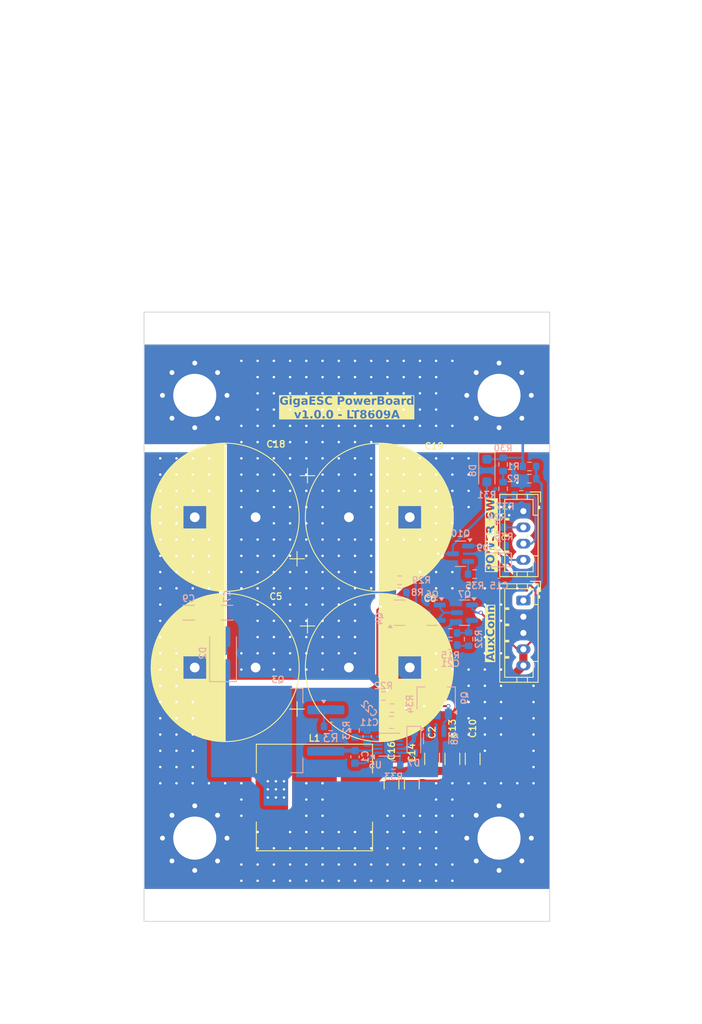
<source format=kicad_pcb>
(kicad_pcb (version 20240108) (generator "pcbnew") (generator_version "8.0")
  (title_block (comment 4 "AISLER Project ID: XWAALUFD"))
  (layers (0 "F.Cu" signal) (31 "B.Cu" signal) (34 "B.Paste" user) (35 "F.Paste" user) (36 "B.SilkS" user "B.Silkscreen") (37 "F.SilkS" user "F.Silkscreen") (38 "B.Mask" user) (39 "F.Mask" user) (44 "Edge.Cuts" user))
  (net 0 "")
  (net 1 "+BATT")
  (net 2 "-BATT")
  (net 3 "+12V")
  (net 4 "Net-(C7-Pad2)")
  (net 5 "IN_V")
  (net 6 "Net-(U5-BST)")
  (net 7 "GNDH")
  (net 8 "Net-(U5-INTVCC)")
  (net 9 "Net-(D9-K)")
  (net 10 "Net-(C21-Pad1)")
  (net 11 "Net-(D7-A)")
  (net 12 "Net-(D8-A)")
  (net 13 "Net-(D2-K)")
  (net 14 "Net-(Q4-C)")
  (net 15 "Net-(Q6-E)")
  (net 16 "Net-(Q7-E)")
  (net 17 "Net-(Q8-B)")
  (net 18 "Net-(Q10-E)")
  (net 19 "Net-(Q10-B)")
  (net 20 "Net-(U5-RT)")
  (net 21 "Net-(R30-Pad2)")
  (net 22 "Net-(R31-Pad2)")
  (net 26 "Net-(Q3-G)")
  (net 27 "Net-(Q3-S)")
  (net 28 "Net-(J2-Pin_2)")
  (net 29 "Net-(J2-Pin_3)")
  (net 30 "Net-(Q4-B)")
  (net 31 "Net-(Q4-E)")
  (footprint "MountingHole:MountingHole_5.3mm_M5_Pad_Via" (layer "F.Cu") (at 93.75 139.75)
    (property "Reference" "H3" (hide yes))
    (property "Value" "MountingHole_Pad")
  )
  (footprint "Capacitor_THT:CP_Radial_D18.0mm_P7.50mm" (layer "F.Cu") (at 63.75 118.75 180)
    (property "Reference" "C5")
    (property "Value" "330u 200V")
  )
  (footprint "Connector_JST:JST_PH_B5B-PH-K_1x05_P2.00mm_Vertical" (layer "F.Cu") (at 96.75 110.5 -90)
    (property "Reference" "J1" (hide yes))
    (property "Value" "AuxConn")
  )
  (footprint "Capacitor_THT:CP_Radial_D18.0mm_P7.50mm" (layer "F.Cu") (at 75.25 118.75)
    (property "Reference" "C6")
    (property "Value" "330u 200V")
  )
  (footprint "Inductor_SMD:L_Chilisin_BMRG00131360" (layer "F.Cu") (at 71 134.75)
    (property "Reference" "L1")
    (property "Value" "100uH")
  )
  (footprint "MountingHole:MountingHole_5.3mm_M5_Pad_Via" (layer "F.Cu") (at 56.25 85.25)
    (property "Reference" "H2" (hide yes))
    (property "Value" "MountingHole_Pad")
  )
  (footprint "Capacitor_SMD:C_1206_3216Metric" (layer "F.Cu") (at 83 133 -90)
    (property "Reference" "C14")
    (property "Value" "22u")
  )
  (footprint "Connector_JST:JST_PH_B4B-PH-K_1x04_P2.00mm_Vertical" (layer "F.Cu") (at 96.75 99.5 -90)
    (property "Reference" "J2" (hide yes))
    (property "Value" "POWER_SW")
  )
  (footprint "Capacitor_SMD:C_1206_3216Metric" (layer "F.Cu") (at 90.5 130 90)
    (property "Reference" "C10")
    (property "Value" "22u")
  )
  (footprint "Capacitor_SMD:C_1206_3216Metric" (layer "F.Cu") (at 85.5 130 90)
    (property "Reference" "C2")
    (property "Value" "22u")
  )
  (footprint "MountingHole:MountingHole_5.3mm_M5_Pad_Via" (layer "F.Cu") (at 93.75 85.25)
    (property "Reference" "H4" (hide yes))
    (property "Value" "MountingHole_Pad")
  )
  (footprint "Capacitor_SMD:C_1206_3216Metric" (layer "F.Cu") (at 80.5 133 -90)
    (property "Reference" "C16")
    (property "Value" "22u")
  )
  (footprint "Capacitor_THT:CP_Radial_D18.0mm_P7.50mm" (layer "F.Cu") (at 75.25 100.25)
    (property "Reference" "C19")
    (property "Value" "330u 200V")
  )
  (footprint "Capacitor_THT:CP_Radial_D18.0mm_P7.50mm" (layer "F.Cu") (at 63.75 100.25 180)
    (property "Reference" "C18")
    (property "Value" "330u 200V")
  )
  (footprint "Capacitor_SMD:C_1206_3216Metric" (layer "F.Cu") (at 88 130 90)
    (property "Reference" "C13")
    (property "Value" "22u")
  )
  (footprint "MountingHole:MountingHole_5.3mm_M5_Pad_Via" (layer "F.Cu") (at 56.25 139.75)
    (property "Reference" "H1" (hide yes))
    (property "Value" "MountingHole_Pad")
  )
  (footprint "Package_TO_SOT_SMD:SOT-23" (layer "B.Cu") (at 81.5 112)
    (property "Reference" "Q4")
    (property "Value" "S9012 2T1")
  )
  (footprint "GigaVescLibs:C_0603_1608Metric_L" (layer "B.Cu") (at 87.75 116 180)
    (property "Reference" "C21")
    (property "Value" "22n")
  )
  (footprint "Capacitor_SMD:C_1206_3216Metric" (layer "B.Cu") (at 55.5 112 180)
    (property "Reference" "C9")
    (property "Value" "2.2u 100V")
  )
  (footprint "Resistor_SMD:R_0603_1608Metric" (layer "B.Cu") (at 87.75 114.5)
    (property "Reference" "R15")
    (property "Value" "10k")
  )
  (footprint "Resistor_SMD:R_0603_1608Metric" (layer "B.Cu") (at 73 126)
    (property "Reference" "R3")
    (property "Value" "22")
  )
  (footprint "Capacitor_SMD:C_1206_3216Metric" (layer "B.Cu") (at 60.25 112 180)
    (property "Reference" "C7")
    (property "Value" "2.2u 100V")
  )
  (footprint "Resistor_SMD:R_0603_1608Metric" (layer "B.Cu") (at 79.5 122.25)
    (property "Reference" "R22")
    (property "Value" "820")
  )
  (footprint "Resistor_SMD:R_0603_1608Metric" (layer "B.Cu") (at 96.5 97.5)
    (property "Reference" "R37")
    (property "Value" "100k")
  )
  (footprint "Resistor_SMD:R_0603_1608Metric" (layer "B.Cu") (at 80.75 130.75)
    (property "Reference" "R33")
    (property "Value" "10k")
  )
  (footprint "Resistor_SMD:R_0603_1608Metric" (layer "B.Cu") (at 90.75 107.25)
    (property "Reference" "R35")
    (property "Value" "4.7k")
  )
  (footprint "Package_TO_SOT_SMD:SOT-23" (layer "B.Cu") (at 89 104.75 180)
    (property "Reference" "Q10")
    (property "Value" "MMBTA42")
  )
  (footprint "Resistor_SMD:R_0603_1608Metric" (layer "B.Cu") (at 76 126.5 90)
    (property "Reference" "R23")
    (property "Value" "220k")
  )
  (footprint "Resistor_SMD:R_0603_1608Metric" (layer "B.Cu") (at 97.5 94)
    (property "Reference" "R1")
    (property "Value" "150k")
  )
  (footprint "Diode_SMD:D_SOD-323_HandSoldering" (layer "B.Cu") (at 83.25 128 -90)
    (property "Reference" "D7")
    (property "Value" "BZT52C8V2S")
  )
  (footprint "Package_DFN_QFN:DFN-10-1EP_2.6x2.6mm_P0.5mm_EP1.3x2.2mm" (layer "B.Cu") (at 80.25 128.25)
    (property "Reference" "U5")
    (property "Value" "LT8609AJDDM")
  )
  (footprint "Resistor_SMD:R_0603_1608Metric" (layer "B.Cu") (at 97.5 95.5 180)
    (property "Reference" "R2")
    (property "Value" "2.7k")
  )
  (footprint "Package_TO_SOT_SMD:SOT-23" (layer "B.Cu") (at 89.5 112 180)
    (property "Reference" "Q7")
    (property "Value" "MMBTA42")
  )
  (footprint "Resistor_SMD:R_0603_1608Metric" (layer "B.Cu") (at 93.5 101.5 180)
    (property "Reference" "R24")
    (property "Value" "100k")
  )
  (footprint "Diode_SMD:D_SOD-323_HandSoldering" (layer "B.Cu") (at 93.25 105.5 180)
    (property "Reference" "D9")
    (property "Value" "BZT52C8V2S")
  )
  (footprint "Capacitor_SMD:C_0603_1608Metric" (layer "B.Cu") (at 93.75 107.25)
    (property "Reference" "C15")
    (property "Value" "100n")
  )
  (footprint "Resistor_SMD:R_0603_1608Metric" (layer "B.Cu") (at 81.5 109.5 180)
    (property "Reference" "R8")
    (property "Value" "1k")
  )
  (footprint "Package_TO_SOT_SMD:TO-263-2" (layer "B.Cu") (at 64.75 126.5 180)
    (property "Reference" "Q3")
    (property "Value" "IRF9640SPBF")
  )
  (footprint "Resistor_SMD:R_0603_1608Metric" (layer "B.Cu") (at 80.575 123.75)
    (property "Reference" "R34")
    (property "Value" "150")
  )
  (footprint "Package_TO_SOT_SMD:SOT-23" (layer "B.Cu") (at 86 127.5 -90)
    (property "Reference" "Q8")
    (property "Value" "S9012 2T1")
  )
  (footprint "Package_TO_SOT_SMD:SOT-89-3" (layer "B.Cu") (at 86 122.5 90)
    (property "Reference" "Q9")
    (property "Value" "MMBTA92T")
  )
  (footprint "Resistor_SMD:R_0603_1608Metric" (layer "B.Cu") (at 94.25 96.75 -90)
    (property "Reference" "R31")
    (property "Value" "100k")
  )
  (footprint "Resistor_SMD:R_0603_1608Metric" (layer "B.Cu") (at 94.25 93.75 -90)
    (property "Reference" "R30")
    (property "Value" "100k")
  )
  (footprint "Capacitor_SMD:C_0805_2012Metric" (layer "B.Cu") (at 80.5 125.5 180)
    (property "Reference" "C22")
    (property "Value" "10u")
  )
  (footprint "Resistor_SMD:R_0603_1608Metric" (layer "B.Cu") (at 81.5 108 180)
    (property "Reference" "R29")
    (property "Value" "1k")
  )
  (footprint "Resistor_SMD:R_0603_1608Metric" (layer "B.Cu") (at 90 115.25 90)
    (property "Reference" "R32")
    (property "Value" "820")
  )
  (footprint "Resistor_SMD:R_0603_1608Metric" (layer "B.Cu") (at 93.75 103.75 180)
    (property "Reference" "R36")
    (property "Value" "30k")
  )
  (footprint "Diode_SMD:D_SOD-123F" (layer "B.Cu") (at 92.25 94.5 -90)
    (property "Reference" "D8")
    (property "Value" "BZT52B12")
  )
  (footprint "Diode_SMD:D_SMA" (layer "B.Cu") (at 59.74068 116.9775 90)
    (property "Reference" "D2")
    (property "Value" "SS520F")
  )
  (footprint "Capacitor_SMD:C_0603_1608Metric" (layer "B.Cu") (at 76 129.75 -90)
    (property "Reference" "C1")
    (property "Value" "100n")
  )
  (footprint "Capacitor_SMD:C_0603_1608Metric" (layer "B.Cu") (at 77.5 127.25 90)
    (property "Reference" "C11")
    (property "Value" "1u")
  )
  (footprint "Package_TO_SOT_SMD:SOT-23" (layer "B.Cu") (at 85.5 112 180)
    (property "Reference" "Q6")
    (property "Value" "S9012 2T1")
  )
  (gr_rect (start 50 75) (end 100 150) (stroke (width 0.1)) (fill none) (layer "Edge.Cuts"))
  (gr_text "GigaESC PowerBoard\nv1.0.0 - LT8609A" (at 75 88.25 0) (layer "F.SilkS" knockout) (effects (font (size 1 1) (thickness 0.2) (bold yes)) (justify bottom)))
  (via (at 64 97) (size 0.5) (drill 0.3) (layers "F.Cu" "B.Cu") (net 1))
  (via (at 72 103) (size 0.5) (drill 0.3) (layers "F.Cu" "B.Cu") (net 1))
  (via (at 76 85) (size 0.5) (drill 0.3) (layers "F.Cu" "B.Cu") (net 1))
  (via (at 70 97) (size 0.5) (drill 0.3) (layers "F.Cu" "B.Cu") (net 1))
  (via (at 72 99) (size 0.5) (drill 0.3) (layers "F.Cu" "B.Cu") (net 1))
  (via (at 74 81) (size 0.5) (drill 0.3) (layers "F.Cu" "B.Cu") (net 1))
  (via (at 70 115) (size 0.5) (drill 0.3) (layers "F.Cu" "B.Cu") (net 1))
  (via (at 86 85) (size 0.5) (drill 0.3) (layers "F.Cu" "B.Cu") (net 1))
  (via (at 62 99) (size 0.5) (drill 0.3) (layers "F.Cu" "B.Cu") (net 1))
  (via (at 78 105) (size 0.5) (drill 0.3) (layers "F.Cu" "B.Cu") (net 1))
  (via (at 76 93) (size 0.5) (drill 0.3) (layers "F.Cu" "B.Cu") (net 1))
  (via (at 74 107) (size 0.5) (drill 0.3) (layers "F.Cu" "B.Cu") (net 1))
  (via (at 76 103) (size 0.5) (drill 0.3) (layers "F.Cu" "B.Cu") (net 1))
  (via (at 64 83) (size 0.5) (drill 0.3) (layers "F.Cu" "B.Cu") (net 1))
  (via (at 70 93) (size 0.5) (drill 0.3) (layers "F.Cu" "B.Cu") (net 1))
  (via (at 76 89) (size 0.5) (drill 0.3) (layers "F.Cu" "B.Cu") (net 1))
  (via (at 62 93) (size 0.5) (drill 0.3) (layers "F.Cu" "B.Cu") (net 1))
  (via (at 72 97) (size 0.5) (drill 0.3) (layers "F.Cu" "B.Cu") (net 1))
  (via (at 74 97) (size 0.5) (drill 0.3) (layers "F.Cu" "B.Cu") (net 1))
  (via (at 62 105) (size 0.5) (drill 0.3) (layers "F.Cu" "B.Cu") (net 1))
  (via (at 62 117) (size 0.5) (drill 0.3) (layers "F.Cu" "B.Cu") (net 1))
  (via (at 72 95) (size 0.5) (drill 0.3) (layers "F.Cu" "B.Cu") (net 1))
  (via (at 66 89) (size 0.5) (drill 0.3) (layers "F.Cu" "B.Cu") (net 1))
  (via (at 76 95) (size 0.5) (drill 0.3) (layers "F.Cu" "B.Cu") (net 1))
  (via (at 74 87) (size 0.5) (drill 0.3) (layers "F.Cu" "B.Cu") (net 1))
  (via (at 70 99) (size 0.5) (drill 0.3) (layers "F.Cu" "B.Cu") (net 1))
  (via (at 64 81) (size 0.5) (drill 0.3) (layers "F.Cu" "B.Cu") (net 1))
  (via (at 72 111) (size 0.5) (drill 0.3) (layers "F.Cu" "B.Cu") (net 1))
  (via (at 74 85) (size 0.5) (drill 0.3) (layers "F.Cu" "B.Cu") (net 1))
  (via (at 64 117) (size 0.5) (drill 0.3) (layers "F.Cu" "B.Cu") (net 1))
  (via (at 74 115) (size 0.5) (drill 0.3) (layers "F.Cu" "B.Cu") (net 1))
  (via (at 66 85) (size 0.5) (drill 0.3) (layers "F.Cu" "B.Cu") (net 1))
  (via (at 76 113) (size 0.5) (drill 0.3) (layers "F.Cu" "B.Cu") (net 1))
  (via (at 72 81) (size 0.5) (drill 0.3) (layers "F.Cu" "B.Cu") (net 1))
  (via (at 62 95) (size 0.5) (drill 0.3) (layers "F.Cu" "B.Cu") (net 1))
  (via (at 78 103) (size 0.5) (drill 0.3) (layers "F.Cu" "B.Cu") (net 1))
  (via (at 68 87) (size 0.5) (drill 0.3) (layers "F.Cu" "B.Cu") (net 1))
  (via (at 66 113) (size 0.5) (drill 0.3) (layers "F.Cu" "B.Cu") (net 1))
  (via (at 74 89) (size 0.5) (drill 0.3) (layers "F.Cu" "B.Cu") (net 1))
  (via (at 86 83) (size 0.5) (drill 0.3) (layers "F.Cu" "B.Cu") (net 1))
  (via (at 70 101) (size 0.5) (drill 0.3) (layers "F.Cu" "B.Cu") (net 1))
  (via (at 66 81) (size 0.5) (drill 0.3) (layers "F.Cu" "B.Cu") (net 1))
  (via (at 72 87) (size 0.5) (drill 0.3) (layers "F.Cu" "B.Cu") (net 1))
  (via (at 72 83) (size 0.5) (drill 0.3) (layers "F.Cu" "B.Cu") (net 1))
  (via (at 68 117) (size 0.5) (drill 0.3) (layers "F.Cu" "B.Cu") (net 1))
  (via (at 66 117) (size 0.5) (drill 0.3) (layers "F.Cu" "B.Cu") (net 1))
  (via (at 62 81) (size 0.5) (drill 0.3) (layers "F.Cu" "B.Cu") (net 1))
  (via (at 76 83) (size 0.5) (drill 0.3) (layers "F.Cu" "B.Cu") (net 1))
  (via (at 76 115) (size 0.5) (drill 0.3) (layers "F.Cu" "B.Cu") (net 1))
  (via (at 76 81) (size 0.5) (drill 0.3) (layers "F.Cu" "B.Cu") (net 1))
  (via (at 78 89) (size 0.5) (drill 0.3) (layers "F.Cu" "B.Cu") (net 1))
  (via (at 76 91) (size 0.5) (drill 0.3) (layers "F.Cu" "B.Cu") (net 1))
  (via (at 78 97) (size 0.5) (drill 0.3) (layers "F.Cu" "B.Cu") (net 1))
  (via (at 68 95) (size 0.5) (drill 0.3) (layers "F.Cu" "B.Cu") (net 1))
  (via (at 72 115) (size 0.5) (drill 0.3) (layers "F.Cu" "B.Cu") (net 1))
  (via (at 80 85) (size 0.5) (drill 0.3) (layers "F.Cu" "B.Cu") (net 1))
  (via (at 72 89) (size 0.5) (drill 0.3) (layers "F.Cu" "B.Cu") (net 1))
  (via (at 66 91) (size 0.5) (drill 0.3) (layers "F.Cu" "B.Cu") (net 1))
  (via (at 70 87) (size 0.5) (drill 0.3) (layers "F.Cu" "B.Cu") (net 1))
  (via (at 78 95) (size 0.5) (drill 0.3) (layers "F.Cu" "B.Cu") (net 1))
  (via (at 86 81) (size 0.5) (drill 0.3) (layers "F.Cu" "B.Cu") (net 1))
  (via (at 84 87) (size 0.5) (drill 0.3) (layers "F.Cu" "B.Cu") (net 1))
  (via (at 78 109) (size 0.5) (drill 0.3) (layers "F.Cu" "B.Cu") (net 1))
  (via (at 74 95) (size 0.5) (drill 0.3) (layers "F.Cu" "B.Cu") (net 1))
  (via (at 66 97) (size 0.5) (drill 0.3) (layers "F.Cu" "B.Cu") (net 1))
  (via (at 84 85) (size 0.5) (drill 0.3) (layers "F.Cu" "B.Cu") (net 1))
  (via (at 66 95) (size 0.5) (drill 0.3) (layers "F.Cu" "B.Cu") (net 1))
  (via (at 64 111) (size 0.5) (drill 0.3) (layers "F.Cu" "B.Cu") (net 1))
  (via (at 76 109) (size 0.5) (drill 0.3) (layers "F.Cu" "B.Cu") (net 1))
  (via (at 70 81) (size 0.5) (drill 0.3) (layers "F.Cu" "B.Cu") (net 1))
  (via (at 68 93) (size 0.5) (drill 0.3) (layers "F.Cu" "B.Cu") (net 1))
  (via (at 72 101) (size 0.5) (drill 0.3) (layers "F.Cu" "B.Cu") (net 1))
  (via (at 74 103) (size 0.5) (drill 0.3) (layers "F.Cu" "B.Cu") (net 1))
  (via (at 68 89) (size 0.5) (drill 0.3) (layers "F.Cu" "B.Cu") (net 1))
  (via (at 68 97) (size 0.5) (drill 0.3) (layers "F.Cu" "B.Cu") (net 1))
  (via (at 68 91) (size 0.5) (drill 0.3) (layers "F.Cu" "B.Cu") (net 1))
  (via (at 64 113) (size 0.5) (drill 0.3) (layers "F.Cu" "B.Cu") (net 1))
  (via (at 78 91) (size 0.5) (drill 0.3) (layers "F.Cu" "B.Cu") (net 1))
  (via (at 64 91) (size 0.5) (drill 0.3) (layers "F.Cu" "B.Cu") (net 1))
  (via (at 70 103) (size 0.5) (drill 0.3) (layers "F.Cu" "B.Cu") (net 1))
  (via (at 62 97) (size 0.5) (drill 0.3) (layers "F.Cu" "B.Cu") (net 1))
  (via (at 66 111) (size 0.5) (drill 0.3) (layers "F.Cu" "B.Cu") (net 1))
  (via (at 68 107) (size 0.5) (drill 0.3) (layers "F.Cu" "B.Cu") (net 1))
  (via (at 84 81) (size 0.5) (drill 0.3) (layers "F.Cu" "B.Cu") (net 1))
  (via (at 68 99) (size 0.5) (drill 0.3) (layers "F.Cu" "B.Cu") (net 1))
  (via (at 70 119) (size 0.5) (drill 0.3) (layers "F.Cu" "B.Cu") (net 1))
  (via (at 66 115) (size 0.5) (drill 0.3) (layers "F.Cu" "B.Cu") (net 1))
  (via (at 74 117) (size 0.5) (drill 0.3) (layers "F.Cu" "B.Cu") (net 1))
  (via (at 70 105) (size 0.5) (drill 0.3) (layers "F.Cu" "B.Cu") (net 1))
  (via (at 84 89) (size 0.5) (drill 0.3) (layers "F.Cu" "B.Cu") (net 1))
  (via (at 64 85) (size 0.5) (drill 0.3) (layers "F.Cu" "B.Cu") (net 1))
  (via (at 74 113) (size 0.5) (drill 0.3) (layers "F.Cu" "B.Cu") (net 1))
  (via (at 66 105) (size 0.5) (drill 0.3) (layers "F.Cu" "B.Cu") (net 1))
  (via (at 74 105) (size 0.5) (drill 0.3) (layers "F.Cu" "B.Cu") (net 1))
  (via (at 82 87) (size 0.5) (drill 0.3) (layers "F.Cu" "B.Cu") (net 1))
  (via (at 66 87) (size 0.5) (drill 0.3) (layers "F.Cu" "B.Cu") (net 1))
  (via (at 76 87) (size 0.5) (drill 0.3) (layers "F.Cu" "B.Cu") (net 1))
  (via (at 72 113) (size 0.5) (drill 0.3) (layers "F.Cu" "B.Cu") (net 1))
  (via (at 84 83) (size 0.5) (drill 0.3) (layers "F.Cu" "B.Cu") (net 1))
  (via (at 70 107) (size 0.5) (drill 0.3) (layers "F.Cu" "B.Cu") (net 1))
  (via (at 68 111) (size 0.5) (drill 0.3) (layers "F.Cu" "B.Cu") (net 1))
  (via (at 68 103) (size 0.5) (drill 0.3) (layers "F.Cu" "B.Cu") (net 1))
  (via (at 82 85) (size 0.5) (drill 0.3) (layers "F.Cu" "B.Cu") (net 1))
  (via (at 82 89) (size 0.5) (drill 0.3) (layers "F.Cu" "B.Cu") (net 1))
  (via (at 66 99) (size 0.5) (drill 0.3) (layers "F.Cu" "B.Cu") (net 1))
  (via (at 86 89) (size 0.5) (drill 0.3) (layers "F.Cu" "B.Cu") (net 1))
  (via (at 72 107) (size 0.5) (drill 0.3) (layers "F.Cu" "B.Cu") (net 1))
  (via (at 64 109) (size 0.5) (drill 0.3) (layers "F.Cu" "B.Cu") (net 1))
  (via (at 64 115) (size 0.5) (drill 0.3) (layers "F.Cu" "B.Cu") (net 1))
  (via (at 72 119) (size 0.5) (drill 0.3) (layers "F.Cu" "B.Cu") (net 1))
  (via (at 68 119) (size 0.5) (drill 0.3) (layers "F.Cu" "B.Cu") (net 1))
  (via (at 80 89) (size 0.5) (drill 0.3) (layers "F.Cu" "B.Cu") (net 1))
  (via (at 74 93) (size 0.5) (drill 0.3) (layers "F.Cu" "B.Cu") (net 1))
  (via (at 86 87) (size 0.5) (drill 0.3) (layers "F.Cu" "B.Cu") (net 1))
  (via (at 70 83) (size 0.5) (drill 0.3) (layers "F.Cu" "B.Cu") (net 1))
  (via (at 68 101) (size 0.5) (drill 0.3) (layers "F.Cu" "B.Cu") (net 1))
  (via (at 62 109) (size 0.5) (drill 0.3) (layers "F.Cu" "B.Cu") (net 1))
  (via (at 70 111) (size 0.5) (drill 0.3) (layers "F.Cu" "B.Cu") (net 1))
  (via (at 64 95) (size 0.5) (drill 0.3) (layers "F.Cu" "B.Cu") (net 1))
  (via (at 82 83) (size 0.5) (drill 0.3) (layers "F.Cu" "B.Cu") (net 1))
  (via (at 76 97) (size 0.5) (drill 0.3) (layers "F.Cu" "B.Cu") (net 1))
  (via (at 68 81) (size 0.5) (drill 0.3) (layers "F.Cu" "B.Cu") (net 1))
  (via (at 62 91) (size 0.5) (drill 0.3) (layers "F.Cu" "B.Cu") (net 1))
  (via (at 66 93) (size 0.5) (drill 0.3) (layers "F.Cu" "B.Cu") (net 1))
  (via (at 66 101) (size 0.5) (drill 0.3) (layers "F.Cu" "B.Cu") (net 1))
  (via (at 80 87) (size 0.5) (drill 0.3) (layers "F.Cu" "B.Cu") (net 1))
  (via (at 72 109) (size 0.5) (drill 0.3) (layers "F.Cu" "B.Cu") (net 1))
  (via (at 68 113) (size 0.5) (drill 0.3) (layers "F.Cu" "B.Cu") (net 1))
  (via (at 74 111) (size 0.5) (drill 0.3) (layers "F.Cu" "B.Cu") (net 1))
  (via (at 72 117) (size 0.5) (drill 0.3) (layers "F.Cu" "B.Cu") (net 1))
  (via (at 78 81) (size 0.5) (drill 0.3) (layers "F.Cu" "B.Cu") (net 1))
  (via (at 64 105) (size 0.5) (drill 0.3) (layers "F.Cu" "B.Cu") (net 1))
  (via (at 64 107) (size 0.5) (drill 0.3) (layers "F.Cu" "B.Cu") (net 1))
  (via (at 66 103) (size 0.5) (drill 0.3) (layers "F.Cu" "B.Cu") (net 1))
  (via (at 70 91) (size 0.5) (drill 0.3) (layers "F.Cu" "B.Cu") (net 1))
  (via (at 70 89) (size 0.5) (drill 0.3) (layers "F.Cu" "B.Cu") (net 1))
  (via (at 70 85) (size 0.5) (drill 0.3) (layers "F.Cu" "B.Cu") (net 1))
  (via (at 70 109) (size 0.5) (drill 0.3) (layers "F.Cu" "B.Cu") (net 1))
  (via (at 76 105) (size 0.5) (drill 0.3) (layers "F.Cu" "B.Cu") (net 1))
  (via (at 76 117) (size 0.5) (drill 0.3) (layers "F.Cu" "B.Cu") (net 1))
  (via (at 66 119) (size 0.5) (drill 0.3) (layers "F.Cu" "B.Cu") (net 1))
  (via (at 74 83) (size 0.5) (drill 0.3) (layers "F.Cu" "B.Cu") (net 1))
  (via (at 76 111) (size 0.5) (drill 0.3) (layers "F.Cu" "B.Cu") (net 1))
  (via (at 88 81) (size 0.5) (drill 0.3) (layers "F.Cu" "B.Cu") (net 1))
  (via (at 68 83) (size 0.5) (drill 0.3) (layers "F.Cu" "B.Cu") (net 1))
  (via (at 80 83) (size 0.5) (drill 0.3) (layers "F.Cu" "B.Cu") (net 1))
  (via (at 82 81) (size 0.5) (drill 0.3) (layers "F.Cu" "B.Cu") (net 1))
  (via (at 68 105) (size 0.5) (drill 0.3) (layers "F.Cu" "B.Cu") (net 1))
  (via (at 66 83) (size 0.5) (drill 0.3) (layers "F.Cu" "B.Cu") (net 1))
  (via (at 72 105) (size 0.5) (drill 0.3) (layers "F.Cu" "B.Cu") (net 1))
  (via (at 66 109) (size 0.5) (drill 0.3) (layers "F.Cu" "B.Cu") (net 1))
  (via (at 70 117) (size 0.5) (drill 0.3) (layers "F.Cu" "B.Cu") (net 1))
  (via (at 72 85) (size 0.5) (drill 0.3) (layers "F.Cu" "B.Cu") (net 1))
  (via (at 74 109) (size 0.5) (drill 0.3) (layers "F.Cu" "B.Cu") (net 1))
  (via (at 78 83) (size 0.5) (drill 0.3) (layers "F.Cu" "B.Cu") (net 1))
  (via (at 78 99) (size 0.5) (drill 0.3) (layers "F.Cu" "B.Cu") (net 1))
  (via (at 64 103) (size 0.5) (drill 0.3) (layers "F.Cu" "B.Cu") (net 1))
  (via (at 66 107) (size 0.5) (drill 0.3) (layers "F.Cu" "B.Cu") (net 1))
  (via (at 78 87) (size 0.5) (drill 0.3) (layers "F.Cu" "B.Cu") (net 1))
  (via (at 70 95) (size 0.5) (drill 0.3) (layers "F.Cu" "B.Cu") (net 1))
  (via (at 64 89) (size 0.5) (drill 0.3) (layers "F.Cu" "B.Cu") (net 1))
  (via (at 68 85) (size 0.5) (drill 0.3) (layers "F.Cu" "B.Cu") (net 1))
  (via (at 62 89) (size 0.5) (drill 0.3) (layers "F.Cu" "B.Cu") (net 1))
  (via (at 72 93) (size 0.5) (drill 0.3) (layers "F.Cu" "B.Cu") (net 1))
  (via (at 62 107) (size 0.5) (drill 0.3) (layers "F.Cu" "B.Cu") (net 1))
  (via (at 88 89) (size 0.5) (drill 0.3) (layers "F.Cu" "B.Cu") (net 1))
  (via (at 68 115) (size 0.5) (drill 0.3) (layers "F.Cu" "B.Cu") (net 1))
  (via (at 70 113) (size 0.5) (drill 0.3) (layers "F.Cu" "B.Cu") (net 1))
  (via (at 64 87) (size 0.5) (drill 0.3) (layers "F.Cu" "B.Cu") (net 1))
  (via (at 64 93) (size 0.5) (drill 0.3) (layers "F.Cu" "B.Cu") (net 1))
  (via (at 72 91) (size 0.5) (drill 0.3) (layers "F.Cu" "B.Cu") (net 1))
  (via (at 78 93) (size 0.5) (drill 0.3) (layers "F.Cu" "B.Cu") (net 1))
  (via (at 78 107) (size 0.5) (drill 0.3) (layers "F.Cu" "B.Cu") (net 1))
  (via (at 76 107) (size 0.5) (drill 0.3) (layers "F.Cu" "B.Cu") (net 1))
  (via (at 62 119) (size 0.5) (drill 0.3) (layers "F.Cu" "B.Cu") (net 1))
  (via (at 62 103) (size 0.5) (drill 0.3) (layers "F.Cu" "B.Cu") (net 1))
  (via (at 68 109) (size 0.5) (drill 0.3) (layers "F.Cu" "B.Cu") (net 1))
  (via (at 80 81) (size 0.5) (drill 0.3) (layers "F.Cu" "B.Cu") (net 1))
  (via (at 78 85) (size 0.5) (drill 0.3) (layers "F.Cu" "B.Cu") (net 1))
  (via (at 74 91) (size 0.5) (drill 0.3) (layers "F.Cu" "B.Cu") (net 1))
  (segment (start 78.75 120.5) (end 78 119.75) (width 1) (layer "B.Cu") (net 1))
  (segment (start 83.25 123) (end 80.75 120.5) (width 1) (layer "B.Cu") (net 1))
  (segment (start 96.675 94) (end 96.675 92.75) (width 0.3) (layer "B.Cu") (net 1))
  (segment (start 96.675 90.675) (end 96.5 90.5) (width 0.3) (layer "B.Cu") (net 1))
  (segment (start 96.5 92.925) (end 96.675 92.75) (width 0.25) (layer "B.Cu") (net 1))
  (segment (start 83.25 126.750001) (end 83.25 123) (width 1) (layer "B.Cu") (net 1))
  (segment (start 94.074999 93.100001) (end 94.25 92.925) (width 0.25) (layer "B.Cu") (net 1))
  (segment (start 96.675 92.75) (end 96.675 90.675) (width 0.3) (layer "B.Cu") (net 1))
  (segment (start 82.5 125.5) (end 81.449999 125.5) (width 1) (layer "B.Cu") (net 1))
  (segment (start 81.525001 128.75) (end 82.175 128.75) (width 0.3) (layer "B.Cu") (net 1))
  (segment (start 80.75 120.5) (end 78.75 120.5) (width 1) (layer "B.Cu") (net 1))
  (segment (start 83.25 126.25) (end 82.5 125.5) (width 1) (layer "B.Cu") (net 1))
  (segment (start 80.737499 108) (end 80.737499 109.5) (width 0.25) (layer "B.Cu") (net 1))
  (segment (start 92.25 93.100001) (end 94.074999 93.100001) (width 0.25) (layer "B.Cu") (net 1))
  (segment (start 82.175 128.75) (end 82.25 128.675) (width 0.3) (layer "B.Cu") (net 1))
  (segment (start 80.737499 109.5) (end 78 109.5) (width 0.25) (layer "B.Cu") (net 1))
  (segment (start 94.25 92.925) (end 96.5 92.925) (width 0.25) (layer "B.Cu") (net 1))
  (segment (start 83.25 126.750001) (end 83.25 126.25) (width 1) (layer "B.Cu") (net 1))
  (segment (start 83.25 126.750001) (end 83.25 127.75) (width 0.5) (layer "B.Cu") (net 1))
  (segment (start 83.25 127.75) (end 82.325 128.675) (width 0.5) (layer "B.Cu") (net 1))
  (segment (start 82.325 128.675) (end 82.25 128.675) (width 0.5) (layer "B.Cu") (net 1))
  (via (at 56 123) (size 0.5) (drill 0.3) (layers "F.Cu" "B.Cu") (net 2))
  (via (at 95 99) (size 0.5) (drill 0.3) (layers "F.Cu" "B.Cu") (net 2))
  (via (at 94 125) (size 0.5) (drill 0.3) (layers "F.Cu" "B.Cu") (net 2))
  (via (at 60 133) (size 0.5) (drill 0.3) (layers "F.Cu" "B.Cu") (net 2))
  (via (at 82 139) (size 0.5) (drill 0.3) (layers "F.Cu" "B.Cu") (net 2))
  (via (at 56 125) (size 0.5) (drill 0.3) (layers "F.Cu" "B.Cu") (net 2))
  (via (at 84 139) (size 0.5) (drill 0.3) (layers "F.Cu" "B.Cu") (net 2))
  (via (at 80 93) (size 0.5) (drill 0.3) (layers "F.Cu" "B.Cu") (net 2))
  (via (at 86 109) (size 0.5) (drill 0.3) (layers "F.Cu" "B.Cu") (net 2))
  (via (at 76 145) (size 0.5) (drill 0.3) (layers "F.Cu" "B.Cu") (net 2))
  (via (at 98 125) (size 0.5) (drill 0.3) (layers "F.Cu" "B.Cu") (net 2))
  (via (at 86 145) (size 0.5) (drill 0.3) (layers "F.Cu" "B.Cu") (net 2))
  (via (at 58 105) (size 0.5) (drill 0.3) (layers "F.Cu" "B.Cu") (net 2))
  (via (at 94 100) (size 0.5) (drill 0.3) (layers "F.Cu" "B.Cu") (net 2))
  (via (at 80 95) (size 0.5) (drill 0.3) (layers "F.Cu" "B.Cu") (net 2))
  (via (at 66 143) (size 0.5) (drill 0.3) (layers "F.Cu" "B.Cu") (net 2))
  (via (at 72 135) (size 0.5) (drill 0.3) (layers "F.Cu" "B.Cu") (net 2))
  (via (at 52 101) (size 0.5) (drill 0.3) (layers "F.Cu" "B.Cu") (net 2))
  (via (at 80 137) (size 0.5) (drill 0.3) (layers "F.Cu" "B.Cu") (net 2))
  (via (at 54 109) (size 0.5) (drill 0.3) (layers "F.Cu" "B.Cu") (net 2))
  (via (at 94 119) (size 0.5) (drill 0.3) (layers "F.Cu" "B.Cu") (net 2))
  (via (at 62 133) (size 0.5) (drill 0.3) (layers "F.Cu" "B.Cu") (net 2))
  (via (at 88 101) (size 0.5) (drill 0.3) (layers "F.Cu" "B.Cu") (net 2))
  (via (at 52 97) (size 0.5) (drill 0.3) (layers "F.Cu" "B.Cu") (net 2))
  (via (at 98 131) (size 0.5) (drill 0.3) (layers "F.Cu" "B.Cu") (net 2))
  (via (at 88 127) (size 0.5) (drill 0.3) (layers "F.Cu" "B.Cu") (net 2))
  (via (at 56 105) (size 0.5) (drill 0.3) (layers "F.Cu" "B.Cu") (net 2))
  (via (at 54 103) (size 0.5) (drill 0.3) (layers "F.Cu" "B.Cu") (net 2))
  (via (at 74 139) (size 0.5) (drill 0.3) (layers "F.Cu" "B.Cu") (net 2))
  (via (at 70 143) (size 0.5) (drill 0.3) (layers "F.Cu" "B.Cu") (net 2))
  (via (at 86 93) (size 0.5) (drill 0.3) (layers "F.Cu" "B.Cu") (net 2))
  (via (at 94 99) (size 0.5) (drill 0.3) (layers "F.Cu" "B.Cu") (net 2))
  (via (at 72 145) (size 0.5) (drill 0.3) (layers "F.Cu" "B.Cu") (net 2))
  (via (at 70 141) (size 0.5) (drill 0.3) (layers "F.Cu" "B.Cu") (net 2))
  (via (at 54 121) (size 0.5) (drill 0.3) (layers "F.Cu" "B.Cu") (net 2))
  (via (at 52 127) (size 0.5) (drill 0.3) (layers "F.Cu" "B.Cu") (net 2))
  (via (at 58 133) (size 0.5) (drill 0.3) (layers "F.Cu" "B.Cu") (net 2))
  (via (at 82 143) (size 0.5) (drill 0.3) (layers "F.Cu" "B.Cu") (net 2))
  (via (at 88 143) (size 0.5) (drill 0.3) (layers "F.Cu" "B.Cu") (net 2))
  (via (at 86 103) (size 0.5) (drill 0.3) (layers "F.Cu" "B.Cu") (net 2))
  (via (at 86 95) (size 0.5) (drill 0.3) (layers "F.Cu" "B.Cu") (net 2))
  (via (at 70 135) (size 0.5) (drill 0.3) (layers "F.Cu" "B.Cu") (net 2))
  (via (at 92 109) (size 0.5) (drill 0.3) (layers "F.Cu" "B.Cu") (net 2))
  (via (at 66 141) (size 0.5) (drill 0.3) (layers "F.Cu" "B.Cu") (net 2))
  (via (at 72 143) (size 0.5) (drill 0.3) (layers "F.Cu" "B.Cu") (net 2))
  (via (at 52 133) (size 0.5) (drill 0.3) (layers "F.Cu" "B.Cu") (net 2))
  (via (at 82 141) (size 0.5) (drill 0.3) (layers "F.Cu" "B.Cu") (net 2))
  (via (at 88 109) (size 0.5) (drill 0.3) (layers "F.Cu" "B.Cu") (net 2))
  (via (at 58 95) (size 0.5) (drill 0.3) (layers "F.Cu" "B.Cu") (net 2))
  (via (at 90 119) (size 0.5) (drill 0.3) (layers "F.Cu" "B.Cu") (net 2))
  (via (at 80 97) (size 0.5) (drill 0.3) (layers "F.Cu" "B.Cu") (net 2))
  (via (at 86 141) (size 0.5) (drill 0.3) (layers "F.Cu" "B.Cu") (net 2))
  (via (at 54 99) (size 0.5) (drill 0.3) (layers "F.Cu" "B.Cu") (net 2))
  (via (at 58 109) (size 0.5) (drill 0.3) (layers "F.Cu" "B.Cu") (net 2))
  (via (at 92 133) (size 0.5) (drill 0.3) (layers "F.Cu" "B.Cu") (net 2))
  (via (at 82 103) (size 0.5) (drill 0.3) (layers "F.Cu" "B.Cu") (net 2))
  (via (at 90 97) (size 0.5) (drill 0.3) (layers "F.Cu" "B.Cu") (net 2))
  (via (at 92 127) (size 0.5) (drill 0.3) (layers "F.Cu" "B.Cu") (net 2))
  (via (at 88 95) (size 0.5) (drill 0.3) (layers "F.Cu" "B.Cu") (net 2))
  (via (at 96 109) (size 0.5) (drill 0.3) (layers "F.Cu" "B.Cu") (net 2))
  (via (at 86 101) (size 0.5) (drill 0.3) (layers "F.Cu" "B.Cu") (net 2))
  (via (at 52 131) (size 0.5) (drill 0.3) (layers "F.Cu" "B.Cu") (net 2))
  (via (at 90 95) (size 0.5) (drill 0.3) (layers "F.Cu" "B.Cu") (net 2))
  (via (at 92 119) (size 0.5) (drill 0.3) (layers "F.Cu" "B.Cu") (net 2))
  (via (at 52 105) (size 0.5) (drill 0.3) (layers "F.Cu" "B.Cu") (net 2))
  (via (at 82 93) (size 0.5) (drill 0.3) (layers "F.Cu" "B.Cu") (net 2))
  (via (at 86 107) (size 0.5) (drill 0.3) (layers "F.Cu" "B.Cu") (net 2))
  (via (at 84 103) (size 0.5) (drill 0.3) (layers "F.Cu" "B.Cu") (net 2))
  (via (at 88 145) (size 0.5) (drill 0.3) (layers "F.Cu" "B.Cu") (net 2))
  (via (at 74 145) (size 0.5) (drill 0.3) (layers "F.Cu" "B.Cu") (net 2))
  (via (at 94 111) (size 0.5) (drill 0.3) (layers "F.Cu" "B.Cu") (net 2))
  (via (at 54 123) (size 0.5) (drill 0.3) (layers "F.Cu" "B.Cu") (net 2))
  (via (at 90 109) (size 0.5) (drill 0.3) (layers "F.Cu" "B.Cu") (net 2))
  (via (at 84 137) (size 0.5) (drill 0.3) (layers "F.Cu" "B.Cu") (net 2))
  (via (at 64 143) (size 0.5) (drill 0.3) (layers "F.Cu" "B.Cu") (net 2))
  (via (at 98 127) (size 0.5) (drill 0.3) (layers "F.Cu" "B.Cu") (net 2))
  (via (at 64 141) (size 0.5) (drill 0.3) (layers "F.Cu" "B.Cu") (net 2))
  (via (at 72 137) (size 0.5) (drill 0.3) (layers "F.Cu" "B.Cu") (net 2))
  (via (at 84 107) (size 0.5) (drill 0.3) (layers "F.Cu" "B.Cu") (net 2))
  (via (at 56 107) (size 0.5) (drill 0.3) (layers "F.Cu" "B.Cu") (net 2))
  (via (at 92 111) (size 0.5) (drill 0.3) (layers "F.Cu" "B.Cu") (net 2))
  (via (at 98 133) (size 0.5) (drill 0.3) (layers "F.Cu" "B.Cu") (net 2))
  (via (at 52 95) (size 0.5) (drill 0.3) (layers "F.Cu" "B.Cu") (net 2))
  (via (at 94 109) (size 0.5) (drill 0.3) (layers "F.Cu" "B.Cu") (net 2))
  (via (at 86 97) (size 0.5) (drill 0.3) (layers "F.Cu" "B.Cu") (net 2))
  (via (at 90 133) (size 0.5) (drill 0.3) (layers "F.Cu" "B.Cu") (net 2))
  (via (at 84 97) (size 0.5) (drill 0.3) (layers "F.Cu" "B.Cu") (net 2))
  (via (at 72 133) (size 0.5) (drill 0.3) (layers "F.Cu" "B.Cu") (net 2))
  (via (at 52 121) (size 0.5) (drill 0.3) (layers "F.Cu" "B.Cu") (net 2))
  (via (at 96 133) (size 0.5) (drill 0.3) (layers "F.Cu" "B.Cu") (net 2))
  (via (at 94 133) (size 0.5) (drill 0.3) (layers "F.Cu" "B.Cu") (net 2))
  (via (at 54 129) (size 0.5) (drill 0.3) (layers "F.Cu" "B.Cu") (net 2))
  (via (at 86 117) (size 0.5) (drill 0.3) (layers "F.Cu" "B.Cu") (net 2))
  (via (at 86 143) (size 0.5) (drill 0.3) (layers "F.Cu" "B.Cu") (net 2))
  (via (at 90 127) (size 0.5) (drill 0.3) (layers "F.Cu" "B.Cu") (net 2))
  (via (at 54 101) (size 0.5) (drill 0.3) (layers "F.Cu" "B.Cu") (net 2))
  (via (at 86 135) (size 0.5) (drill 0.3) (layers "F.Cu" "B.Cu") (net 2))
  (via (at 58 97) (size 0.5) (drill 0.3) (layers "F.Cu" "B.Cu") (net 2))
  (via (at 56 97) (size 0.5) (drill 0.3) (layers "F.Cu" "B.Cu") (net 2))
  (via (at 74 141) (size 0.5) (drill 0.3) (layers "F.Cu" "B.Cu") (net 2))
  (via (at 64 145) (size 0.5) (drill 0.3) (layers "F.Cu" "B.Cu") (net 2))
  (via (at 72 141) (size 0.5) (drill 0.3) (layers "F.Cu" "B.Cu") (net 2))
  (via (at 62 145) (size 0.5) (drill 0.3) (layers "F.Cu" "B.Cu") (net 2))
  (via (at 88 135) (size 0.5) (drill 0.3) (layers "F.Cu" "B.Cu") (net 2))
  (via (at 92 115) (size 0.5) (drill 0.3) (layers "F.Cu" "B.Cu") (net 2))
  (via (at 92 125) (size 0.5) (drill 0.3) (layers "F.Cu" "B.Cu") (net 2))
  (via (at 92 121) (size 0.5) (drill 0.3) (layers "F.Cu" "B.Cu") (net 2))
  (via (at 84 93) (size 0.5) (drill 0.3) (layers "F.Cu" "B.Cu") (net 2))
  (via (at 76 143) (size 0.5) (drill 0.3) (layers "F.Cu" "B.Cu") (net 2))
  (via (at 95 100) (size 0.5) (drill 0.3) (layers "F.Cu" "B.Cu") (net 2))
  (via (at 62 135) (size 0.5) (drill 0.3) (layers "F.Cu" "B.Cu") (net 2))
  (via (at 92 117) (size 0.5) (drill 0.3) (layers "F.Cu" "B.Cu") (net 2))
  (via (at 90 123) (size 0.5) (drill 0.3) (layers "F.Cu" "B.Cu") (net 2))
  (via (at 80 141) (size 0.5) (drill 0.3) (layers "F.Cu" "B.Cu") (net 2))
  (via (at 80 101) (size 0.5) (drill 0.3) (layers "F.Cu" "B.Cu") (net 2))
  (via (at 54 119) (size 0.5) (drill 0.3) (layers "F.Cu" "B.Cu") (net 2))
  (via (at 64 139) (size 0.5) (drill 0.3) (layers "F.Cu" "B.Cu") (net 2))
  (via (at 70 137) (size 0.5) (drill 0.3) (layers "F.Cu" "B.Cu") (net 2))
  (via (at 58 93) (size 0.5) (drill 0.3) (layers "F.Cu" "B.Cu") (net 2))
  (via (at 88 137) (size 0.5) (drill 0.3) (layers "F.Cu" "B.Cu") (net 2))
  (via (at 58 107) (size 0.5) (drill 0.3) (layers "F.Cu" "B.Cu") (net 2))
  (via (at 52 93) (size 0.5) (drill 0.3) (layers "F.Cu" "B.Cu") (net 2))
  (via (at 70 133) (size 0.5) (drill 0.3) (layers "F.Cu" "B.Cu") (net 2))
  (via (at 86 137) (size 0.5) (drill 0.3) (layers "F.Cu" "B.Cu") (net 2))
  (via (at 94 117) (size 0.5) (drill 0.3) (layers "F.Cu" "B.Cu") (net 2))
  (via (at 66 145) (size 0.5) (drill 0.3) (layers "F.Cu" "B.Cu") (net 2))
  (via (at 62 137) (size 0.5) (drill 0.3) (layers "F.Cu" "B.Cu") (net 2))
  (via (at 52 117) (size 0.5) (drill 0.3) (layers "F.Cu" "B.Cu") (net 2))
  (via (at 58 103) (size 0.5) (drill 0.3) (layers "F.Cu" "B.Cu") (net 2))
  (via (at 90 125) (size 0.5) (drill 0.3) (layers "F.Cu" "B.Cu") (net 2))
  (via (at 62 143) (size 0.5) (drill 0.3) (layers "F.Cu" "B.Cu") (net 2))
  (via (at 82 145) (size 0.5) (drill 0.3) (layers "F.Cu" "B.Cu") (net 2))
  (via (at 78 143) (size 0.5) (drill 0.3) (layers "F.Cu" "B.Cu") (net 2))
  (via (at 56 103) (size 0.5) (drill 0.3) (layers "F.Cu" "B.Cu") (net 2))
  (via (at 80 99) (size 0.5) (drill 0.3) (layers "F.Cu" "B.Cu") (net 2))
  (via (at 52 99) (size 0.5) (drill 0.3) (layers "F.Cu" "B.Cu") (net 2))
  (via (at 94 121) (size 0.5) (drill 0.3) (layers "F.Cu" "B.Cu") (net 2))
  (via (at 94 123) (size 0.5) (drill 0.3) (layers "F.Cu" "B.Cu") (net 2))
  (via (at 80 143) (size 0.5) (drill 0.3) (layers "F.Cu" "B.Cu") (net 2))
  (via (at 52 119) (size 0.5) (drill 0.3) (layers "F.Cu" "B.Cu") (net 2))
  (via (at 54 105) (size 0.5) (drill 0.3) (layers "F.Cu" "B.Cu") (net 2))
  (via (at 78 145) (size 0.5) (drill 0.3) (layers "F.Cu" "B.Cu") (net 2))
  (via (at 94 113) (size 0.5) (drill 0.3) (layers "F.Cu" "B.Cu") (net 2))
  (via (at 88 93) (size 0.5) (drill 0.3) (layers "F.Cu" "B.Cu") (net 2))
  (via (at 80 103) (size 0.5) (drill 0.3) (layers "F.Cu" "B.Cu") (net 2))
  (via (at 70 139) (size 0.5) (drill 0.3) (layers "F.Cu" "B.Cu") (net 2))
  (via (at 90 99) (size 0.5) (drill 0.3) (layers "F.Cu" "B.Cu") (net 2))
  (via (at 90 121) (size 0.5) (drill 0.3) (layers "F.Cu" "B.Cu") (net 2))
  (via (at 68 143) (size 0.5) (drill 0.3) (layers "F.Cu" "B.Cu") (net 2))
  (via (at 54 125) (size 0.5) (drill 0.3) (layers "F.Cu" "B.Cu") (net 2))
  (via (at 98 123) (size 0.5) (drill 0.3) (layers "F.Cu" "B.Cu") (net 2))
  (via (at 86 133) (size 0.5) (drill 0.3) (layers "F.Cu" "B.Cu") (net 2))
  (via (at 54 97) (size 0.5) (drill 0.3) (layers "F.Cu" "B.Cu") (net 2))
  (via (at 56 93) (size 0.5) (drill 0.3) (layers "F.Cu" "B.Cu") (net 2))
  (via (at 52 103) (size 0.5) (drill 0.3) (layers "F.Cu" "B.Cu") (net 2))
  (via (at 68 145) (size 0.5) (drill 0.3) (layers "F.Cu" "B.Cu") (net 2))
  (via (at 78 139) (size 0.5) (drill 0.3) (layers "F.Cu" "B.Cu") (net 2))
  (via (at 56 109) (size 0.5) (drill 0.3) (layers "F.Cu" "B.Cu") (net 2))
  (via (at 82 95) (size 0.5) (drill 0.3) (layers "F.Cu" "B.Cu") (net 2))
  (via (at 94 127) (size 0.5) (drill 0.3) (layers "F.Cu" "B.Cu") (net 2))
  (via (at 52 115) (size 0.5) (drill 0.3) (layers "F.Cu" "B.Cu") (net 2))
  (via (at 92 123) (size 0.5) (drill 0.3) (layers "F.Cu" "B.Cu") (net 2))
  (via (at 86 119) (size 0.5) (drill 0.3) (layers "F.Cu" "B.Cu") (net 2))
  (via (at 80 145) (size 0.5) (drill 0.3) (layers "F.Cu" "B.Cu") (net 2))
  (via (at 84 145) (size 0.5) (drill 0.3) (layers "F.Cu" "B.Cu") (net 2))
  (via (at 86 139) (size 0.5) (drill 0.3) (layers "F.Cu" "B.Cu") (net 2))
  (via (at 68 141) (size 0.5) (drill 0.3) (layers "F.Cu" "B.Cu") (net 2))
  (via (at 86 99) (size 0.5) (drill 0.3) (layers "F.Cu" "B.Cu") (net 2))
  (via (at 88 99) (size 0.5) (drill 0.3) (layers "F.Cu" "B.Cu") (net 2))
  (via (at 92 129) (size 0.5) (drill 0.3) (layers "F.Cu" "B.Cu") (net 2))
  (via (at 52 125) (size 0.5) (drill 0.3) (layers "F.Cu" "B.Cu") (net 2))
  (via (at 52 129) (size 0.5) (drill 0.3) (layers "F.Cu" "B.Cu") (net 2))
  (via (at 78 141) (size 0.5) (drill 0.3) (layers "F.Cu" "B.Cu") (net 2))
  (via (at 52 113) (size 0.5) (drill 0.3) (layers "F.Cu" "B.Cu") (net 2))
  (via (at 56 95) (size 0.5) (drill 0.3) (layers "F.Cu" "B.Cu") (net 2))
  (via (at 76 139) (size 0.5) (drill 0.3) (layers "F.Cu" "B.Cu") (net 2))
  (via (at 52 123) (size 0.5) (drill 0.3) (layers "F.Cu" "B.Cu") (net 2))
  (via (at 88 107) (size 0.5) (drill 0.3) (layers "F.Cu" "B.Cu") (net 2))
  (via (at 84 95) (size 0.5) (drill 0.3) (layers "F.Cu" "B.Cu") (net 2))
  (via (at 72 139) (size 0.5) (drill 0.3) (layers "F.Cu" "B.Cu") (net 2))
  (via (at 88 133) (size 0.5) (drill 0.3) (layers "F.Cu" "B.Cu") (net 2))
  (via (at 90 93) (size 0.5) (drill 0.3) (layers "F.Cu" "B.Cu") (net 2))
  (via (at 54 95) (size 0.5) (drill 0.3) (layers "F.Cu" "B.Cu") (net 2))
  (via (at 56 129) (size 0.5) (drill 0.3) (layers "F.Cu" "B.Cu") (net 2))
  (via (at 54 107) (size 0.5) (drill 0.3) (layers "F.Cu" "B.Cu") (net 2))
  (via (at 98 121) (size 0.5) (drill 0.3) (layers "F.Cu" "B.Cu") (net 2))
  (via (at 54 117) (size 0.5) (drill 0.3) (layers "F.Cu" "B.Cu") (net 2))
  (via (at 88 119) (size 0.5) (drill 0.3) (layers "F.Cu" "B.Cu") (net 2))
  (via (at 80 139) (size 0.5) (drill 0.3) (layers "F.Cu" "B.Cu") (net 2))
  (via (at 56 133) (size 0.5) (drill 0.3) (layers "F.Cu" "B.Cu") (net 2))
  (via (at 54 127) (size 0.5) (drill 0.3) (layers "F.Cu" "B.Cu") (net 2))
  (via (at 82 137) (size 0.5) (drill 0.3) (layers "F.Cu" "B.Cu") (net 2))
  (via (at 52 109) (size 0.5) (drill 0.3) (layers "F.Cu" "B.Cu") (net 2))
  (via (at 68 139) (size 0.5) (drill 0.3) (layers "F.Cu" "B.Cu") (net 2))
  (via (at 88 97) (size 0.5) (drill 0.3) (layers "F.Cu" "B.Cu") (net 2))
  (via (at 98 129) (size 0.5) (drill 0.3) (layers "F.Cu" "B.Cu") (net 2))
  (via (at 54 93) (size 0.5) (drill 0.3) (layers "F.Cu" "B.Cu") (net 2))
  (via (at 52 111) (size 0.5) (drill 0.3) (layers "F.Cu" "B.Cu") (net 2))
  (via (at 84 143) (size 0.5) (drill 0.3) (layers "F.Cu" "B.Cu") (net 2))
  (via (at 96 96) (size 0.5) (drill 0.3) (layers "F.Cu" "B.Cu") (net 2))
  (via (at 82 97) (size 0.5) (drill 0.3) (layers "F.Cu" "B.Cu") (net 2))
  (via (at 76 141) (size 0.5) (drill 0.3) (layers "F.Cu" "B.Cu") (net 2))
  (via (at 56 131) (size 0.5) (drill 0.3) (layers "F.Cu" "B.Cu") (net 2))
  (via (at 74 143) (size 0.5) (drill 0.3) (layers "F.Cu" "B.Cu") (net 2))
  (via (at 54 131) (size 0.5) (drill 0.3) (layers "F.Cu" "B.Cu") (net 2))
  (via (at 56 127) (size 0.5) (drill 0.3) (layers "F.Cu" "B.Cu") (net 2))
  (via (at 52 107) (size 0.5) (drill 0.3) (layers "F.Cu" "B.Cu") (net 2))
  (via (at 84 141) (size 0.5) (drill 0.3) (layers "F.Cu" "B.Cu") (net 2))
  (via (at 54 133) (size 0.5) (drill 0.3) (layers "F.Cu" "B.Cu") (net 2))
  (via (at 70 145) (size 0.5) (drill 0.3) (layers "F.Cu" "B.Cu") (net 2))
  (segment (start 98.25 115) (end 96.75 116.5) (width 0.25) (layer "F.Cu") (net 3))
  (segment (start 93 104) (end 98.25 109.25) (width 0.25) (layer "F.Cu") (net 3))
  (segment (start 85.5 131.475) (end 90.25 131.475) (width 1) (layer "F.Cu") (net 3))
  (segment (start 96.75 116.5) (end 96.75 118.5) (width 1) (layer "F.Cu") (net 3))
  (segment (start 95.5 129.75) (end 95.5 119.75) (width 1) (layer "F.Cu") (net 3))
  (segment (start 83.05 131.475) (end 83 131.525) (width 1) (layer "F.Cu") (net 3))
  (segment (start 80.5 131.525) (end 79.475 131.525) (width 1) (layer "F.Cu") (net 3))
  (segment (start 90.275 131.5) (end 93.75 131.5) (width 1) (layer "F.Cu") (net 3))
  (segment (start 95.5 119.75) (end 96.75 118.5) (width 1) (layer "F.Cu") (net 3))
  (segment (start 90.25 131.475) (end 90.275 131.5) (width 1) (layer "F.Cu") (net 3))
  (segment (start 91.5 112) (end 96 116.5) (width 0.25) (layer "F.Cu") (net 3))
  (segment (start 96 116.5) (end 96.75 116.5) (width 0.25) (layer "F.Cu") (net 3))
  (segment (start 98.25 109.25) (end 98.25 115) (width 0.25) (layer "F.Cu") (net 3))
  (segment (start 93 102.5) (end 93 104) (width 0.25) (layer "F.Cu") (net 3))
  (segment (start 93.75 131.5) (end 95.5 129.75) (width 1) (layer "F.Cu") (net 3))
  (segment (start 83 131.525) (end 80.5 131.525) (width 1) (layer "F.Cu") (net 3))
  (segment (start 79.475 131.525) (end 76.25 134.75) (width 1) (layer "F.Cu") (net 3))
  (segment (start 85.5 131.475) (end 83.05 131.475) (width 1) (layer "F.Cu") (net 3))
  (via (at 93 102.5) (size 0.5) (drill 0.3) (layers "F.Cu" "B.Cu") (net 3))
  (via (at 91.5 112) (size 0.5) (drill 0.3) (layers "F.Cu" "B.Cu") (net 3))
  (segment (start 92.675 101.5) (end 92.675 102.175) (width 0.25) (layer "B.Cu") (net 3))
  (segment (start 90.4375 111.05) (end 90.4375 111.49375) (width 0.25) (layer "B.Cu") (net 3))
  (segment (start 92.675 102.175) (end 93 102.5) (width 0.25) (layer "B.Cu") (net 3))
  (segment (start 90.94375 112) (end 91.5 112) (width 0.25) (layer "B.Cu") (net 3))
  (segment (start 90.4375 111.49375) (end 90.94375 112) (width 0.25) (layer "B.Cu") (net 3))
  (segment (start 56.975001 112) (end 58.774999 112) (width 1) (layer "B.Cu") (net 4))
  (segment (start 99 96.175) (end 99 108.25) (width 0.3) (layer "B.Cu") (net 5))
  (segment (start 98.325 95.5) (end 99 96.175) (width 0.3) (layer "B.Cu") (net 5))
  (segment (start 98.325 94) (end 98.325 95.5) (width 0.3) (layer "B.Cu") (net 5))
  (segment (start 99 108.25) (end 96.75 110.5) (width 0.3) (layer "B.Cu") (net 5))
  (segment (start 76 130.525) (end 77.225 130.525) (width 0.25) (layer "B.Cu") (net 6))
  (segment (start 77.225 130.525) (end 78.5 129.25) (width 0.25) (layer "B.Cu") (net 6))
  (segment (start 78.5 129.25) (end 78.925 129.25) (width 0.25) (layer "B.Cu") (net 6))
  (segment (start 78.975 128.25) (end 77.725 128.25) (width 0.25) (layer "B.Cu") (net 8))
  (segment (start 77.725 128.25) (end 77.5 128.025) (width 0.25) (layer "B.Cu") (net 8))
  (segment (start 94.525 107.25) (end 94.525 105.525) (width 0.25) (layer "B.Cu") (net 9))
  (segment (start 94.525 105.525) (end 94.5 105.5) (width 0.25) (layer "B.Cu") (net 9))
  (segment (start 94.5 105.5) (end 94.5 103.825) (width 0.25) (layer "B.Cu") (net 9))
  (segment (start 94.5 103.825) (end 94.575 103.75) (width 0.25) (layer "B.Cu") (net 9))
  (segment (start 96.75 105.5) (end 94.5 105.5) (width 0.25) (layer "B.Cu") (net 9))
  (segment (start 90 116.075) (end 88.65 116.075) (width 0.25) (layer "B.Cu") (net 10))
  (segment (start 88.65 116.075) (end 88.575 116) (width 0.25) (layer "B.Cu") (net 10))
  (segment (start 81.575 130.75) (end 81.575 130.5) (width 0.25) (layer "B.Cu") (net 11))
  (segment (start 81.525 130.7) (end 81.575 130.75) (width 0.25) (layer "B.Cu") (net 11))
  (segment (start 81.525 129.25) (end 83.25 129.249999) (width 0.25) (layer "B.Cu") (net 11))
  (segment (start 81.525 129.25) (end 81.525 130.7) (width 0.25) (layer "B.Cu") (net 11))
  (segment (start 84.5 122.5) (end 81.75 122.5) (width 0.25) (layer "F.Cu") (net 12))
  (segment (start 79.75 113.5) (end 79.75 110.25) (width 0.25) (layer "F.Cu") (net 12))
  (segment (start 79.25 114) (end 79.75 113.5) (width 0.25) (layer "F.Cu") (net 12))
  (segment (start 87.5 123.5) (end 85.5 123.5) (width 0.25) (layer "F.Cu") (net 12))
  (segment (start 79.75 110.25) (end 85.25 104.75) (width 0.25) (layer "F.Cu") (net 12))
  (segment (start 85.25 104.75) (end 86.25 104.75) (width 0.25) (layer "F.Cu") (net 12))
  (segment (start 85.5 123.5) (end 84.5 122.5) (width 0.25) (layer "F.Cu") (net 12))
  (segment (start 79.25 120) (end 79.25 114) (width 0.25) (layer "F.Cu") (net 12))
  (segment (start 81.75 122.5) (end 79.25 120) (width 0.25) (layer "F.Cu") (net 12))
  (via (at 87.5 123.5) (size 0.5) (drill 0.3) (layers "F.Cu" "B.Cu") (net 12))
  (via (at 86.25 104.75) (size 0.5) (drill 0.3) (layers "F.Cu" "B.Cu") (net 12))
  (segment (start 87.5 125) (end 86.95 125.55) (width 0.25) (layer "B.Cu") (net 12))
  (segment (start 86.95 125.55) (end 86.95 126.5625) (width 0.25) (layer "B.Cu") (net 12))
  (segment (start 88.0625 103.6875) (end 88.0625 104.75) (width 0.25) (layer "B.Cu") (net 12))
  (segment (start 92.25 95.899999) (end 92.25 99.5) (width 0.25) (layer "B.Cu") (net 12))
  (segment (start 87.5 124.45) (end 87.5 125) (width 0.25) (layer "B.Cu") (net 12))
  (segment (start 87.5 124.45) (end 87.5 123.5) (width 0.25) (layer "B.Cu") (net 12))
  (segment (start 86.25 104.75) (end 88.0625 104.75) (width 0.25) (layer "B.Cu") (net 12))
  (segment (start 92.25 99.5) (end 88.0625 103.6875) (width 0.25) (layer "B.Cu") (net 12))
  (via (at 65.25 134.75) (size 0.5) (drill 0.3) (layers "F.Cu" "B.Cu") (net 13))
  (via (at 66.25 133.75) (size 0.5) (drill 0.3) (layers "F.Cu" "B.Cu") (net 13))
  (via (at 67.25 133.75) (size 0.5) (drill 0.3) (layers "F.Cu" "B.Cu") (net 13))
  (via (at 66.25 132.75) (size 0.5) (drill 0.3) (layers "F.Cu" "B.Cu") (net 13))
  (via (at 67.25 132.75) (size 0.5) (drill 0.3) (layers "F.Cu" "B.Cu") (net 13))
  (via (at 67.25 134.75) (size 0.5) (drill 0.3) (layers "F.Cu" "B.Cu") (net 13))
  (via (at 66.25 134.75) (size 0.5) (drill 0.3) (layers "F.Cu" "B.Cu") (net 13))
  (via (at 65.25 132.75) (size 0.5) (drill 0.3) (layers "F.Cu" "B.Cu") (net 13))
  (via (at 65.25 133.75) (size 0.5) (drill 0.3) (layers "F.Cu" "B.Cu") (net 13))
  (segment (start 59.74068 122.64068) (end 60.825 123.725) (width 1.5) (layer "B.Cu") (net 13))
  (segment (start 59.74068 118.977501) (end 59.74068 122.64068) (width 1.5) (layer "B.Cu") (net 13))
  (segment (start 78.75 111.675) (end 78.75 120.313174) (width 0.25) (layer "F.Cu") (net 14))
  (segment (start 78.75 120.313174) (end 79.968413 121.531587) (width 0.25) (layer "F.Cu") (net 14))
  (segment (start 79.175 111.25) (end 78.75 111.675) (width 0.25) (layer "F.Cu") (net 14))
  (via (at 79.968413 121.531587) (size 0.5) (drill 0.3) (layers "F.Cu" "B.Cu") (net 14))
  (via (at 79.175 111.25) (size 0.5) (drill 0.3) (layers "F.Cu" "B.Cu") (net 14))
  (segment (start 80.325 121.888174) (end 79.968413 121.531587) (width 0.25) (layer "B.Cu") (net 14))
  (segment (start 79.375 111.05) (end 80.5625 111.05) (width 0.25) (layer "B.Cu") (net 14))
  (segment (start 80.325 122.25) (end 80.325 121.888174) (width 0.25) (layer "B.Cu") (net 14))
  (segment (start 81.525 127.25) (end 80.5 126.225) (width 0.25) (layer "B.Cu") (net 14))
  (segment (start 79.175 111.25) (end 79.375 111.05) (width 0.25) (layer "B.Cu") (net 14))
  (segment (start 80.5 126.225) (end 80.5 122.425) (width 0.25) (layer "B.Cu") (net 14))
  (segment (start 83.5 110.875001) (end 83.5 108.5) (width 0.25) (layer "B.Cu") (net 15))
  (segment (start 83 108) (end 82.387499 108) (width 0.25) (layer "B.Cu") (net 15))
  (segment (start 84.624999 112) (end 83.5 110.875001) (width 0.25) (layer "B.Cu") (net 15))
  (segment (start 83.5 108.5) (end 83 108) (width 0.25) (layer "B.Cu") (net 15))
  (segment (start 89.925 114.5) (end 90 114.425) (width 0.25) (layer "B.Cu") (net 16))
  (segment (start 90 113.3875) (end 90.4375 112.95) (width 0.25) (layer "B.Cu") (net 16))
  (segment (start 88.575 114.5) (end 89.925 114.5) (width 0.25) (layer "B.Cu") (net 16))
  (segment (start 90 114.425) (end 90 113.3875) (width 0.25) (layer "B.Cu") (net 16))
  (segment (start 82.5 123.5) (end 82.25 123.75) (width 0.25) (layer "F.Cu") (net 17))
  (segment (start 84.5 123.5) (end 82.5 123.5) (width 0.25) (layer "F.Cu") (net 17))
  (via (at 82.25 123.75) (size 0.5) (drill 0.3) (layers "F.Cu" "B.Cu") (net 17))
  (via (at 84.5 123.5) (size 0.5) (drill 0.3) (layers "F.Cu" "B.Cu") (net 17))
  (segment (start 84.5 125) (end 85.05 125.55) (width 0.25) (layer "B.Cu") (net 17))
  (segment (start 81.4 123.75) (end 82.25 123.75) (width 0.25) (layer "B.Cu") (net 17))
  (segment (start 84.5 123.5) (end 84.5 124.45) (width 0.25) (layer "B.Cu") (net 17))
  (segment (start 85.05 125.55) (end 85.05 126.5625) (width 0.25) (layer "B.Cu") (net 17))
  (segment (start 84.5 124.45) (end 84.5 125) (width 0.25) (layer "B.Cu") (net 17))
  (segment (start 89.9375 107.2375) (end 89.925 107.25) (width 0.25) (layer "B.Cu") (net 18))
  (segment (start 89.9375 105.7) (end 89.9375 107.2375) (width 0.25) (layer "B.Cu") (net 18))
  (segment (start 89.9875 103.75) (end 89.9375 103.8) (width 0.25) (layer "B.Cu") (net 19))
  (segment (start 92.925 103.75) (end 89.9875 103.75) (width 0.25) (layer "B.Cu") (net 19))
  (segment (start 78.974999 127.75) (end 78.484052 127.75) (width 0.25) (layer "B.Cu") (net 20))
  (segment (start 77.984052 127.25) (end 76.075 127.25) (width 0.25) (layer "B.Cu") (net 20))
  (segment (start 76.075 127.25) (end 76 127.325) (width 0.25) (layer "B.Cu") (net 20))
  (segment (start 78.484052 127.75) (end 77.984052 127.25) (width 0.25) (layer "B.Cu") (net 20))
  (segment (start 94.25 94.575) (end 94.25 95.925) (width 0.25) (layer "B.Cu") (net 21))
  (segment (start 95.6 97.575) (end 95.675 97.5) (width 0.25) (layer "B.Cu") (net 22))
  (segment (start 94.25 97.575) (end 95.6 97.575) (width 0.25) (layer "B.Cu") (net 22))
  (segment (start 72.175 124.185) (end 72.4 123.96) (width 0.25) (layer "B.Cu") (net 26))
  (segment (start 72.175 126) (end 72.175 124.185) (width 0.25) (layer "B.Cu") (net 26))
  (segment (start 72.465 128.975) (end 72.4 129.04) (width 0.5) (layer "B.Cu") (net 27))
  (segment (start 75.935 129.04) (end 76 128.975) (width 0.25) (layer "B.Cu") (net 27))
  (segment (start 76 128.975) (end 72.465 128.975) (width 0.5) (layer "B.Cu") (net 27))
  (segment (start 78.025 128.975) (end 76 128.975) (width 0.25) (layer "B.Cu") (net 27))
  (segment (start 78.25 128.75) (end 78.025 128.975) (width 0.25) (layer "B.Cu") (net 27))
  (segment (start 78.924999 128.75) (end 78.25 128.75) (width 0.25) (layer "B.Cu") (net 27))
  (segment (start 96.75 101.5) (end 94.325 101.5) (width 0.25) (layer "B.Cu") (net 28))
  (segment (start 97.75 97.5) (end 97.325 97.5) (width 0.25) (layer "B.Cu") (net 29))
  (segment (start 98.25 103) (end 98.25 98) (width 0.25) (layer "B.Cu") (net 29))
  (segment (start 98.25 98) (end 97.75 97.5) (width 0.25) (layer "B.Cu") (net 29))
  (segment (start 97.75 103.5) (end 98.25 103) (width 0.25) (layer "B.Cu") (net 29))
  (segment (start 96.75 103.5) (end 97.75 103.5) (width 0.25) (layer "B.Cu") (net 29))
  (segment (start 80.7 112.95) (end 80.75 113) (width 0.25) (layer "B.Cu") (net 30))
  (segment (start 87.449999 112) (end 88.5625 112) (width 0.25) (layer "B.Cu") (net 30))
  (segment (start 80.8 112.95) (end 86.499999 112.95) (width 0.25) (layer "B.Cu") (net 30))
  (segment (start 86.499999 111.499999) (end 87 112) (width 0.25) (layer "B.Cu") (net 30))
  (segment (start 80.624999 112.95) (end 80.7 112.95) (width 0.25) (layer "B.Cu") (net 30))
  (segment (start 87 112) (end 87.449999 112) (width 0.25) (layer "B.Cu") (net 30))
  (segment (start 86.499999 112.95) (end 86.499999 112.500001) (width 0.25) (layer "B.Cu") (net 30))
  (segment (start 80.75 113) (end 80.8 112.95) (width 0.25) (layer "B.Cu") (net 30))
  (segment (start 86.499999 111.05) (end 86.499999 111.499999) (width 0.25) (layer "B.Cu") (net 30))
  (segment (start 86.499999 112.500001) (end 87 112) (width 0.25) (layer "B.Cu") (net 30))
  (segment (start 82.5 109.612501) (end 82.387499 109.5) (width 0.25) (layer "B.Cu") (net 31))
  (segment (start 82.5 112) (end 82.5 109.612501) (width 0.25) (layer "B.Cu") (net 31))
  (zone (net 2) (net_name "-BATT") (layers "F&B.Cu") (priority 6) (connect_pads yes (clearance 0.5)) (min_thickness 0.25) (fill yes (thermal_gap 0.5) (thermal_bridge_width 0.5))
    (polygon (pts (xy 100 150) (xy 50 150) (xy 50 91.25) (xy 60.22778 91.25) (xy 60.22778 120.25) (xy 78.47778 120.25) (xy 78.47778 91.25) (xy 99.97778 91.25)))
  )
  (zone (net 1) (net_name "+BATT") (layers "F&B.Cu") (priority 10) (connect_pads yes (clearance 1)) (min_thickness 0.25) (fill yes (thermal_gap 0.5) (thermal_bridge_width 0.5))
    (polygon (pts (xy 78.47778 91.25) (xy 99.97778 91.25) (xy 99.97778 79) (xy 50 79) (xy 50 91.25) (xy 60.22778 91.25) (xy 60.22778 120.25) (xy 78.47778 120.25)))
  )
  (zone (net 0) (net_name "") (layers "F&B.Cu") (connect_pads (clearance 0)) (min_thickness 0.25)
    (keepout (tracks not_allowed) (vias not_allowed) (pads not_allowed) (copperpour not_allowed) (footprints not_allowed))
    (fill (thermal_gap 0.5) (thermal_bridge_width 0.5))
    (polygon (pts (xy 100 75) (xy 100 79) (xy 50 79) (xy 50 75)))
  )
  (zone (net 0) (net_name "") (layers "F&B.Cu" "User.6") (connect_pads (clearance 0)) (min_thickness 0.25)
    (keepout (tracks not_allowed) (vias not_allowed) (pads not_allowed) (copperpour not_allowed) (footprints not_allowed))
    (fill (thermal_gap 0.5) (thermal_bridge_width 0.5))
    (polygon (pts (xy 50 150) (xy 50 146) (xy 100 146) (xy 100 150)))
  )
  (zone (net 13) (net_name "Net-(D2-K)") (layer "B.Cu") (priority 900) (connect_pads yes (clearance 0.5)) (min_thickness 0.25) (fill yes (thermal_gap 0.5) (thermal_bridge_width 0.5))
    (polygon (pts (xy 63.5 132.25) (xy 58.25 132.25) (xy 58.25 123.25) (xy 58.25 121) (xy 68.25 121) (xy 68.25 132) (xy 67.75 132.5) (xy 67.75 135.75) (xy 64.75 135.75) (xy 64.75 133.5)))
  )
  (zone (net 7) (net_name "GNDH") (layer "B.Cu") (priority 90) (connect_pads yes (clearance 0.5)) (min_thickness 0.25) (fill yes (thermal_gap 0.5) (thermal_bridge_width 0.5))
    (polygon (pts (xy 68.5 121.25) (xy 68.5 132.25) (xy 86.25 132.25) (xy 86.25 121.25)))
  )
)
</source>
